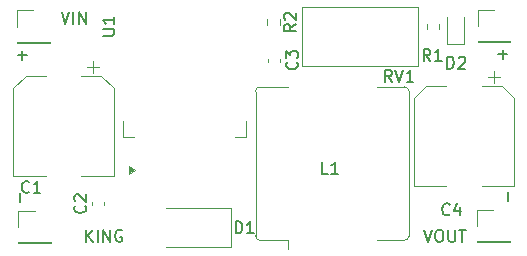
<source format=gbr>
G04 #@! TF.GenerationSoftware,KiCad,Pcbnew,9.0.6*
G04 #@! TF.CreationDate,2025-12-27T09:51:03+05:30*
G04 #@! TF.ProjectId,BC- LM2596 -ADJ,42432d20-4c4d-4323-9539-36202d41444a,rev?*
G04 #@! TF.SameCoordinates,Original*
G04 #@! TF.FileFunction,Legend,Top*
G04 #@! TF.FilePolarity,Positive*
%FSLAX46Y46*%
G04 Gerber Fmt 4.6, Leading zero omitted, Abs format (unit mm)*
G04 Created by KiCad (PCBNEW 9.0.6) date 2025-12-27 09:51:03*
%MOMM*%
%LPD*%
G01*
G04 APERTURE LIST*
%ADD10C,0.200000*%
%ADD11C,0.150000*%
%ADD12C,0.120000*%
G04 APERTURE END LIST*
D10*
X167196266Y-116780326D02*
X167196266Y-116018422D01*
X131429673Y-120217219D02*
X131429673Y-119217219D01*
X132001101Y-120217219D02*
X131572530Y-119645790D01*
X132001101Y-119217219D02*
X131429673Y-119788647D01*
X132429673Y-120217219D02*
X132429673Y-119217219D01*
X132905863Y-120217219D02*
X132905863Y-119217219D01*
X132905863Y-119217219D02*
X133477291Y-120217219D01*
X133477291Y-120217219D02*
X133477291Y-119217219D01*
X134477291Y-119264838D02*
X134382053Y-119217219D01*
X134382053Y-119217219D02*
X134239196Y-119217219D01*
X134239196Y-119217219D02*
X134096339Y-119264838D01*
X134096339Y-119264838D02*
X134001101Y-119360076D01*
X134001101Y-119360076D02*
X133953482Y-119455314D01*
X133953482Y-119455314D02*
X133905863Y-119645790D01*
X133905863Y-119645790D02*
X133905863Y-119788647D01*
X133905863Y-119788647D02*
X133953482Y-119979123D01*
X133953482Y-119979123D02*
X134001101Y-120074361D01*
X134001101Y-120074361D02*
X134096339Y-120169600D01*
X134096339Y-120169600D02*
X134239196Y-120217219D01*
X134239196Y-120217219D02*
X134334434Y-120217219D01*
X134334434Y-120217219D02*
X134477291Y-120169600D01*
X134477291Y-120169600D02*
X134524910Y-120121980D01*
X134524910Y-120121980D02*
X134524910Y-119788647D01*
X134524910Y-119788647D02*
X134334434Y-119788647D01*
X129376816Y-100767219D02*
X129710149Y-101767219D01*
X129710149Y-101767219D02*
X130043482Y-100767219D01*
X130376816Y-101767219D02*
X130376816Y-100767219D01*
X130853006Y-101767219D02*
X130853006Y-100767219D01*
X130853006Y-100767219D02*
X131424434Y-101767219D01*
X131424434Y-101767219D02*
X131424434Y-100767219D01*
X125669673Y-104436266D02*
X126431578Y-104436266D01*
X126050625Y-104817219D02*
X126050625Y-104055314D01*
X160076816Y-119217219D02*
X160410149Y-120217219D01*
X160410149Y-120217219D02*
X160743482Y-119217219D01*
X161267292Y-119217219D02*
X161457768Y-119217219D01*
X161457768Y-119217219D02*
X161553006Y-119264838D01*
X161553006Y-119264838D02*
X161648244Y-119360076D01*
X161648244Y-119360076D02*
X161695863Y-119550552D01*
X161695863Y-119550552D02*
X161695863Y-119883885D01*
X161695863Y-119883885D02*
X161648244Y-120074361D01*
X161648244Y-120074361D02*
X161553006Y-120169600D01*
X161553006Y-120169600D02*
X161457768Y-120217219D01*
X161457768Y-120217219D02*
X161267292Y-120217219D01*
X161267292Y-120217219D02*
X161172054Y-120169600D01*
X161172054Y-120169600D02*
X161076816Y-120074361D01*
X161076816Y-120074361D02*
X161029197Y-119883885D01*
X161029197Y-119883885D02*
X161029197Y-119550552D01*
X161029197Y-119550552D02*
X161076816Y-119360076D01*
X161076816Y-119360076D02*
X161172054Y-119264838D01*
X161172054Y-119264838D02*
X161267292Y-119217219D01*
X162124435Y-119217219D02*
X162124435Y-120026742D01*
X162124435Y-120026742D02*
X162172054Y-120121980D01*
X162172054Y-120121980D02*
X162219673Y-120169600D01*
X162219673Y-120169600D02*
X162314911Y-120217219D01*
X162314911Y-120217219D02*
X162505387Y-120217219D01*
X162505387Y-120217219D02*
X162600625Y-120169600D01*
X162600625Y-120169600D02*
X162648244Y-120121980D01*
X162648244Y-120121980D02*
X162695863Y-120026742D01*
X162695863Y-120026742D02*
X162695863Y-119217219D01*
X163029197Y-119217219D02*
X163600625Y-119217219D01*
X163314911Y-120217219D02*
X163314911Y-119217219D01*
X166369673Y-104336266D02*
X167131578Y-104336266D01*
X166750625Y-104717219D02*
X166750625Y-103955314D01*
X125836266Y-116880326D02*
X125836266Y-116118422D01*
D11*
X149209819Y-101791666D02*
X148733628Y-102124999D01*
X149209819Y-102363094D02*
X148209819Y-102363094D01*
X148209819Y-102363094D02*
X148209819Y-101982142D01*
X148209819Y-101982142D02*
X148257438Y-101886904D01*
X148257438Y-101886904D02*
X148305057Y-101839285D01*
X148305057Y-101839285D02*
X148400295Y-101791666D01*
X148400295Y-101791666D02*
X148543152Y-101791666D01*
X148543152Y-101791666D02*
X148638390Y-101839285D01*
X148638390Y-101839285D02*
X148686009Y-101886904D01*
X148686009Y-101886904D02*
X148733628Y-101982142D01*
X148733628Y-101982142D02*
X148733628Y-102363094D01*
X148305057Y-101410713D02*
X148257438Y-101363094D01*
X148257438Y-101363094D02*
X148209819Y-101267856D01*
X148209819Y-101267856D02*
X148209819Y-101029761D01*
X148209819Y-101029761D02*
X148257438Y-100934523D01*
X148257438Y-100934523D02*
X148305057Y-100886904D01*
X148305057Y-100886904D02*
X148400295Y-100839285D01*
X148400295Y-100839285D02*
X148495533Y-100839285D01*
X148495533Y-100839285D02*
X148638390Y-100886904D01*
X148638390Y-100886904D02*
X149209819Y-101458332D01*
X149209819Y-101458332D02*
X149209819Y-100839285D01*
X151933333Y-114454819D02*
X151457143Y-114454819D01*
X151457143Y-114454819D02*
X151457143Y-113454819D01*
X152790476Y-114454819D02*
X152219048Y-114454819D01*
X152504762Y-114454819D02*
X152504762Y-113454819D01*
X152504762Y-113454819D02*
X152409524Y-113597676D01*
X152409524Y-113597676D02*
X152314286Y-113692914D01*
X152314286Y-113692914D02*
X152219048Y-113740533D01*
X162233333Y-117884580D02*
X162185714Y-117932200D01*
X162185714Y-117932200D02*
X162042857Y-117979819D01*
X162042857Y-117979819D02*
X161947619Y-117979819D01*
X161947619Y-117979819D02*
X161804762Y-117932200D01*
X161804762Y-117932200D02*
X161709524Y-117836961D01*
X161709524Y-117836961D02*
X161661905Y-117741723D01*
X161661905Y-117741723D02*
X161614286Y-117551247D01*
X161614286Y-117551247D02*
X161614286Y-117408390D01*
X161614286Y-117408390D02*
X161661905Y-117217914D01*
X161661905Y-117217914D02*
X161709524Y-117122676D01*
X161709524Y-117122676D02*
X161804762Y-117027438D01*
X161804762Y-117027438D02*
X161947619Y-116979819D01*
X161947619Y-116979819D02*
X162042857Y-116979819D01*
X162042857Y-116979819D02*
X162185714Y-117027438D01*
X162185714Y-117027438D02*
X162233333Y-117075057D01*
X163090476Y-117313152D02*
X163090476Y-117979819D01*
X162852381Y-116932200D02*
X162614286Y-117646485D01*
X162614286Y-117646485D02*
X163233333Y-117646485D01*
X149284580Y-105016666D02*
X149332200Y-105064285D01*
X149332200Y-105064285D02*
X149379819Y-105207142D01*
X149379819Y-105207142D02*
X149379819Y-105302380D01*
X149379819Y-105302380D02*
X149332200Y-105445237D01*
X149332200Y-105445237D02*
X149236961Y-105540475D01*
X149236961Y-105540475D02*
X149141723Y-105588094D01*
X149141723Y-105588094D02*
X148951247Y-105635713D01*
X148951247Y-105635713D02*
X148808390Y-105635713D01*
X148808390Y-105635713D02*
X148617914Y-105588094D01*
X148617914Y-105588094D02*
X148522676Y-105540475D01*
X148522676Y-105540475D02*
X148427438Y-105445237D01*
X148427438Y-105445237D02*
X148379819Y-105302380D01*
X148379819Y-105302380D02*
X148379819Y-105207142D01*
X148379819Y-105207142D02*
X148427438Y-105064285D01*
X148427438Y-105064285D02*
X148475057Y-105016666D01*
X148379819Y-104683332D02*
X148379819Y-104064285D01*
X148379819Y-104064285D02*
X148760771Y-104397618D01*
X148760771Y-104397618D02*
X148760771Y-104254761D01*
X148760771Y-104254761D02*
X148808390Y-104159523D01*
X148808390Y-104159523D02*
X148856009Y-104111904D01*
X148856009Y-104111904D02*
X148951247Y-104064285D01*
X148951247Y-104064285D02*
X149189342Y-104064285D01*
X149189342Y-104064285D02*
X149284580Y-104111904D01*
X149284580Y-104111904D02*
X149332200Y-104159523D01*
X149332200Y-104159523D02*
X149379819Y-104254761D01*
X149379819Y-104254761D02*
X149379819Y-104540475D01*
X149379819Y-104540475D02*
X149332200Y-104635713D01*
X149332200Y-104635713D02*
X149284580Y-104683332D01*
X131359580Y-117166666D02*
X131407200Y-117214285D01*
X131407200Y-117214285D02*
X131454819Y-117357142D01*
X131454819Y-117357142D02*
X131454819Y-117452380D01*
X131454819Y-117452380D02*
X131407200Y-117595237D01*
X131407200Y-117595237D02*
X131311961Y-117690475D01*
X131311961Y-117690475D02*
X131216723Y-117738094D01*
X131216723Y-117738094D02*
X131026247Y-117785713D01*
X131026247Y-117785713D02*
X130883390Y-117785713D01*
X130883390Y-117785713D02*
X130692914Y-117738094D01*
X130692914Y-117738094D02*
X130597676Y-117690475D01*
X130597676Y-117690475D02*
X130502438Y-117595237D01*
X130502438Y-117595237D02*
X130454819Y-117452380D01*
X130454819Y-117452380D02*
X130454819Y-117357142D01*
X130454819Y-117357142D02*
X130502438Y-117214285D01*
X130502438Y-117214285D02*
X130550057Y-117166666D01*
X130550057Y-116785713D02*
X130502438Y-116738094D01*
X130502438Y-116738094D02*
X130454819Y-116642856D01*
X130454819Y-116642856D02*
X130454819Y-116404761D01*
X130454819Y-116404761D02*
X130502438Y-116309523D01*
X130502438Y-116309523D02*
X130550057Y-116261904D01*
X130550057Y-116261904D02*
X130645295Y-116214285D01*
X130645295Y-116214285D02*
X130740533Y-116214285D01*
X130740533Y-116214285D02*
X130883390Y-116261904D01*
X130883390Y-116261904D02*
X131454819Y-116833332D01*
X131454819Y-116833332D02*
X131454819Y-116214285D01*
X162036905Y-105554819D02*
X162036905Y-104554819D01*
X162036905Y-104554819D02*
X162275000Y-104554819D01*
X162275000Y-104554819D02*
X162417857Y-104602438D01*
X162417857Y-104602438D02*
X162513095Y-104697676D01*
X162513095Y-104697676D02*
X162560714Y-104792914D01*
X162560714Y-104792914D02*
X162608333Y-104983390D01*
X162608333Y-104983390D02*
X162608333Y-105126247D01*
X162608333Y-105126247D02*
X162560714Y-105316723D01*
X162560714Y-105316723D02*
X162513095Y-105411961D01*
X162513095Y-105411961D02*
X162417857Y-105507200D01*
X162417857Y-105507200D02*
X162275000Y-105554819D01*
X162275000Y-105554819D02*
X162036905Y-105554819D01*
X162989286Y-104650057D02*
X163036905Y-104602438D01*
X163036905Y-104602438D02*
X163132143Y-104554819D01*
X163132143Y-104554819D02*
X163370238Y-104554819D01*
X163370238Y-104554819D02*
X163465476Y-104602438D01*
X163465476Y-104602438D02*
X163513095Y-104650057D01*
X163513095Y-104650057D02*
X163560714Y-104745295D01*
X163560714Y-104745295D02*
X163560714Y-104840533D01*
X163560714Y-104840533D02*
X163513095Y-104983390D01*
X163513095Y-104983390D02*
X162941667Y-105554819D01*
X162941667Y-105554819D02*
X163560714Y-105554819D01*
X132854819Y-102761904D02*
X133664342Y-102761904D01*
X133664342Y-102761904D02*
X133759580Y-102714285D01*
X133759580Y-102714285D02*
X133807200Y-102666666D01*
X133807200Y-102666666D02*
X133854819Y-102571428D01*
X133854819Y-102571428D02*
X133854819Y-102380952D01*
X133854819Y-102380952D02*
X133807200Y-102285714D01*
X133807200Y-102285714D02*
X133759580Y-102238095D01*
X133759580Y-102238095D02*
X133664342Y-102190476D01*
X133664342Y-102190476D02*
X132854819Y-102190476D01*
X133854819Y-101190476D02*
X133854819Y-101761904D01*
X133854819Y-101476190D02*
X132854819Y-101476190D01*
X132854819Y-101476190D02*
X132997676Y-101571428D01*
X132997676Y-101571428D02*
X133092914Y-101666666D01*
X133092914Y-101666666D02*
X133140533Y-101761904D01*
X144111905Y-119504819D02*
X144111905Y-118504819D01*
X144111905Y-118504819D02*
X144350000Y-118504819D01*
X144350000Y-118504819D02*
X144492857Y-118552438D01*
X144492857Y-118552438D02*
X144588095Y-118647676D01*
X144588095Y-118647676D02*
X144635714Y-118742914D01*
X144635714Y-118742914D02*
X144683333Y-118933390D01*
X144683333Y-118933390D02*
X144683333Y-119076247D01*
X144683333Y-119076247D02*
X144635714Y-119266723D01*
X144635714Y-119266723D02*
X144588095Y-119361961D01*
X144588095Y-119361961D02*
X144492857Y-119457200D01*
X144492857Y-119457200D02*
X144350000Y-119504819D01*
X144350000Y-119504819D02*
X144111905Y-119504819D01*
X145635714Y-119504819D02*
X145064286Y-119504819D01*
X145350000Y-119504819D02*
X145350000Y-118504819D01*
X145350000Y-118504819D02*
X145254762Y-118647676D01*
X145254762Y-118647676D02*
X145159524Y-118742914D01*
X145159524Y-118742914D02*
X145064286Y-118790533D01*
X157354761Y-106679819D02*
X157021428Y-106203628D01*
X156783333Y-106679819D02*
X156783333Y-105679819D01*
X156783333Y-105679819D02*
X157164285Y-105679819D01*
X157164285Y-105679819D02*
X157259523Y-105727438D01*
X157259523Y-105727438D02*
X157307142Y-105775057D01*
X157307142Y-105775057D02*
X157354761Y-105870295D01*
X157354761Y-105870295D02*
X157354761Y-106013152D01*
X157354761Y-106013152D02*
X157307142Y-106108390D01*
X157307142Y-106108390D02*
X157259523Y-106156009D01*
X157259523Y-106156009D02*
X157164285Y-106203628D01*
X157164285Y-106203628D02*
X156783333Y-106203628D01*
X157640476Y-105679819D02*
X157973809Y-106679819D01*
X157973809Y-106679819D02*
X158307142Y-105679819D01*
X159164285Y-106679819D02*
X158592857Y-106679819D01*
X158878571Y-106679819D02*
X158878571Y-105679819D01*
X158878571Y-105679819D02*
X158783333Y-105822676D01*
X158783333Y-105822676D02*
X158688095Y-105917914D01*
X158688095Y-105917914D02*
X158592857Y-105965533D01*
X160608333Y-104904819D02*
X160275000Y-104428628D01*
X160036905Y-104904819D02*
X160036905Y-103904819D01*
X160036905Y-103904819D02*
X160417857Y-103904819D01*
X160417857Y-103904819D02*
X160513095Y-103952438D01*
X160513095Y-103952438D02*
X160560714Y-104000057D01*
X160560714Y-104000057D02*
X160608333Y-104095295D01*
X160608333Y-104095295D02*
X160608333Y-104238152D01*
X160608333Y-104238152D02*
X160560714Y-104333390D01*
X160560714Y-104333390D02*
X160513095Y-104381009D01*
X160513095Y-104381009D02*
X160417857Y-104428628D01*
X160417857Y-104428628D02*
X160036905Y-104428628D01*
X161560714Y-104904819D02*
X160989286Y-104904819D01*
X161275000Y-104904819D02*
X161275000Y-103904819D01*
X161275000Y-103904819D02*
X161179762Y-104047676D01*
X161179762Y-104047676D02*
X161084524Y-104142914D01*
X161084524Y-104142914D02*
X160989286Y-104190533D01*
X126633333Y-115984580D02*
X126585714Y-116032200D01*
X126585714Y-116032200D02*
X126442857Y-116079819D01*
X126442857Y-116079819D02*
X126347619Y-116079819D01*
X126347619Y-116079819D02*
X126204762Y-116032200D01*
X126204762Y-116032200D02*
X126109524Y-115936961D01*
X126109524Y-115936961D02*
X126061905Y-115841723D01*
X126061905Y-115841723D02*
X126014286Y-115651247D01*
X126014286Y-115651247D02*
X126014286Y-115508390D01*
X126014286Y-115508390D02*
X126061905Y-115317914D01*
X126061905Y-115317914D02*
X126109524Y-115222676D01*
X126109524Y-115222676D02*
X126204762Y-115127438D01*
X126204762Y-115127438D02*
X126347619Y-115079819D01*
X126347619Y-115079819D02*
X126442857Y-115079819D01*
X126442857Y-115079819D02*
X126585714Y-115127438D01*
X126585714Y-115127438D02*
X126633333Y-115175057D01*
X127585714Y-116079819D02*
X127014286Y-116079819D01*
X127300000Y-116079819D02*
X127300000Y-115079819D01*
X127300000Y-115079819D02*
X127204762Y-115222676D01*
X127204762Y-115222676D02*
X127109524Y-115317914D01*
X127109524Y-115317914D02*
X127014286Y-115365533D01*
D12*
X146802500Y-101387742D02*
X146802500Y-101862258D01*
X147847500Y-101387742D02*
X147847500Y-101862258D01*
X145800000Y-119700000D02*
X145800000Y-107500000D01*
X146200000Y-107100000D02*
X148550000Y-107100000D01*
X146200000Y-120100000D02*
X148550000Y-120100000D01*
X148550000Y-120100000D02*
X148550000Y-120850000D01*
X156050000Y-107100000D02*
X158400000Y-107100000D01*
X156050000Y-120100000D02*
X158400000Y-120100000D01*
X158800000Y-107500000D02*
X158800000Y-119700000D01*
X145800000Y-107500000D02*
G75*
G02*
X146200000Y-107100000I400000J0D01*
G01*
X146200000Y-120100000D02*
G75*
G02*
X145800000Y-119700000I-1J399999D01*
G01*
X158400000Y-107100000D02*
G75*
G02*
X158800000Y-107500000I0J-400000D01*
G01*
X158800000Y-119700000D02*
G75*
G02*
X158400000Y-120100000I-399999J-1D01*
G01*
X159190000Y-108079437D02*
X159190000Y-115535000D01*
X159190000Y-115535000D02*
X161940000Y-115535000D01*
X160254437Y-107015000D02*
X159190000Y-108079437D01*
X160254437Y-107015000D02*
X161940000Y-107015000D01*
X165960000Y-105775000D02*
X165960000Y-106775000D01*
X166460000Y-106275000D02*
X165460000Y-106275000D01*
X166645563Y-107015000D02*
X164960000Y-107015000D01*
X166645563Y-107015000D02*
X167710000Y-108079437D01*
X167710000Y-108079437D02*
X167710000Y-115535000D01*
X167710000Y-115535000D02*
X164960000Y-115535000D01*
X125620000Y-100620000D02*
X127000000Y-100620000D01*
X125620000Y-102000000D02*
X125620000Y-100620000D01*
X125620000Y-103270000D02*
X125620000Y-103380000D01*
X125620000Y-103270000D02*
X128380000Y-103270000D01*
X125620000Y-103380000D02*
X128380000Y-103380000D01*
X128380000Y-103270000D02*
X128380000Y-103380000D01*
X125720000Y-117595000D02*
X127100000Y-117595000D01*
X125720000Y-118975000D02*
X125720000Y-117595000D01*
X125720000Y-120245000D02*
X125720000Y-120355000D01*
X125720000Y-120245000D02*
X128480000Y-120245000D01*
X125720000Y-120355000D02*
X128480000Y-120355000D01*
X128480000Y-120245000D02*
X128480000Y-120355000D01*
X146890000Y-104990580D02*
X146890000Y-104709420D01*
X147910000Y-104990580D02*
X147910000Y-104709420D01*
X131990000Y-116859420D02*
X131990000Y-117140580D01*
X133010000Y-116859420D02*
X133010000Y-117140580D01*
X162015000Y-101225000D02*
X162015000Y-103510000D01*
X162015000Y-103510000D02*
X163485000Y-103510000D01*
X163485000Y-103510000D02*
X163485000Y-101225000D01*
X134600000Y-109985000D02*
X134600000Y-111350000D01*
X134600000Y-111350000D02*
X135550000Y-111350000D01*
X145000000Y-109985000D02*
X145000000Y-111350000D01*
X145000000Y-111350000D02*
X144050000Y-111350000D01*
X135590000Y-114175000D02*
X135120000Y-114515000D01*
X135120000Y-113835000D01*
X135590000Y-114175000D01*
G36*
X135590000Y-114175000D02*
G01*
X135120000Y-114515000D01*
X135120000Y-113835000D01*
X135590000Y-114175000D01*
G37*
X143760000Y-117400000D02*
X138250000Y-117400000D01*
X143760000Y-120700000D02*
X138250000Y-120700000D01*
X143760000Y-120700000D02*
X143760000Y-117400000D01*
X149765000Y-100330000D02*
X159515000Y-100330000D01*
X149765000Y-105380000D02*
X149765000Y-100330000D01*
X159515000Y-100330000D02*
X159515000Y-105380000D01*
X159515000Y-105380000D02*
X149765000Y-105380000D01*
X164545000Y-117520000D02*
X165925000Y-117520000D01*
X164545000Y-118900000D02*
X164545000Y-117520000D01*
X164545000Y-120170000D02*
X164545000Y-120280000D01*
X164545000Y-120170000D02*
X167305000Y-120170000D01*
X164545000Y-120280000D02*
X167305000Y-120280000D01*
X167305000Y-120170000D02*
X167305000Y-120280000D01*
X164620000Y-100570000D02*
X166000000Y-100570000D01*
X164620000Y-101950000D02*
X164620000Y-100570000D01*
X164620000Y-103220000D02*
X164620000Y-103330000D01*
X164620000Y-103220000D02*
X167380000Y-103220000D01*
X164620000Y-103330000D02*
X167380000Y-103330000D01*
X167380000Y-103220000D02*
X167380000Y-103330000D01*
X160302500Y-102237258D02*
X160302500Y-101762742D01*
X161347500Y-102237258D02*
X161347500Y-101762742D01*
X125290000Y-107229437D02*
X125290000Y-114685000D01*
X125290000Y-114685000D02*
X128040000Y-114685000D01*
X126354437Y-106165000D02*
X125290000Y-107229437D01*
X126354437Y-106165000D02*
X128040000Y-106165000D01*
X132060000Y-104925000D02*
X132060000Y-105925000D01*
X132560000Y-105425000D02*
X131560000Y-105425000D01*
X132745563Y-106165000D02*
X131060000Y-106165000D01*
X132745563Y-106165000D02*
X133810000Y-107229437D01*
X133810000Y-107229437D02*
X133810000Y-114685000D01*
X133810000Y-114685000D02*
X131060000Y-114685000D01*
M02*

</source>
